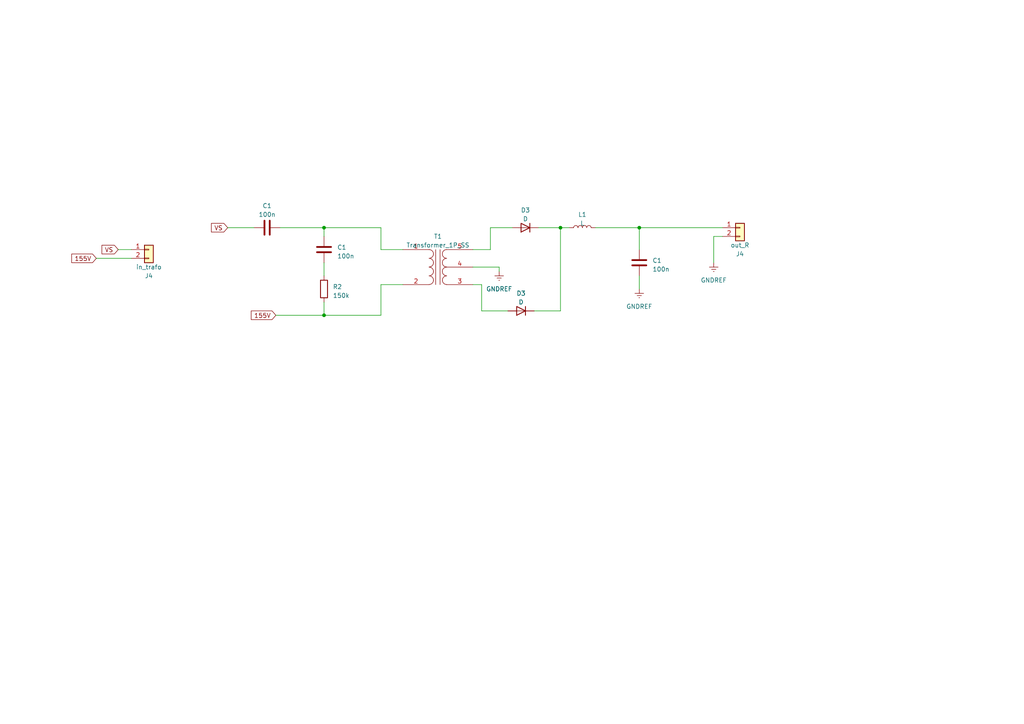
<source format=kicad_sch>
(kicad_sch (version 20230121) (generator eeschema)
  (paper "A4")
  (lib_symbols
    (symbol "Connector_Generic:Conn_01x02" (pin_names (offset 1.016) hide)
      (property "Reference" "J" (at 0 2.54 0))
      (property "Value" "Conn_01x02" (at 0 -5.08 0))
      (symbol "Conn_01x02_1_1"
        (rectangle (start -1.27 -2.413) (end 0 -2.667) (stroke (width 0.1524)))
        (rectangle (start -1.27 0.127) (end 0 -0.127) (stroke (width 0.1524)))
        (rectangle (start -1.27 1.27) (end 1.27 -3.81) (stroke (width 0.254)) (fill (type background)))
        (pin passive line (at -5.08 0 0) (length 3.81) (name "Pin_1") (number "1"))
        (pin passive line (at -5.08 -2.54 0) (length 3.81) (name "Pin_2") (number "2"))
      )
    )
    (symbol "Device:C" (pin_numbers hide) (pin_names (offset 0.254))
      (property "Reference" "C" (at 0.635 2.54 0))
      (property "Value" "C" (at 0.635 -2.54 0))
      (symbol "C_0_1"
        (polyline (pts (xy -2.032 -0.762) (xy 2.032 -0.762)) (stroke (width 0.508)))
        (polyline (pts (xy -2.032 0.762) (xy 2.032 0.762)) (stroke (width 0.508)))
      )
      (symbol "C_1_1"
        (pin passive line (at 0 3.81 270) (length 2.794) (name "~") (number "1"))
        (pin passive line (at 0 -3.81 90) (length 2.794) (name "~") (number "2"))
      )
    )
    (symbol "Device:D" (pin_numbers hide) (pin_names (offset 1.016) hide)
      (property "Reference" "D" (at 0 2.54 0))
      (property "Value" "D" (at 0 -2.54 0))
      (symbol "D_0_1"
        (polyline (pts (xy -1.27 1.27) (xy -1.27 -1.27)) (stroke (width 0.254)))
        (polyline (pts (xy 1.27 0) (xy -1.27 0)))
        (polyline (pts (xy 1.27 1.27) (xy 1.27 -1.27) (xy -1.27 0) (xy 1.27 1.27)) (stroke (width 0.254)))
      )
      (symbol "D_1_1"
        (pin passive line (at -3.81 0 0) (length 2.54) (name "K") (number "1"))
        (pin passive line (at 3.81 0 180) (length 2.54) (name "A") (number "2"))
      )
    )
    (symbol "Device:L" (pin_numbers hide) (pin_names (offset 1.016) hide)
      (property "Reference" "L" (at -1.27 0 90))
      (property "Value" "L" (at 1.905 0 90))
      (symbol "L_0_1"
        (arc (start 0 -2.54) (mid 0.6323 -1.905) (end 0 -1.27))
        (arc (start 0 -1.27) (mid 0.6323 -0.635) (end 0 0))
        (arc (start 0 0) (mid 0.6323 0.635) (end 0 1.27))
        (arc (start 0 1.27) (mid 0.6323 1.905) (end 0 2.54))
      )
      (symbol "L_1_1"
        (pin passive line (at 0 3.81 270) (length 1.27) (name "1") (number "1"))
        (pin passive line (at 0 -3.81 90) (length 1.27) (name "2") (number "2"))
      )
    )
    (symbol "Device:R" (pin_numbers hide) (pin_names (offset 0))
      (property "Reference" "R" (at 2.032 0 90))
      (property "Value" "R" (at 0 0 90))
      (symbol "R_0_1"
        (rectangle (start -1.016 -2.54) (end 1.016 2.54) (stroke (width 0.254)))
      )
      (symbol "R_1_1"
        (pin passive line (at 0 3.81 270) (length 1.27) (name "~") (number "1"))
        (pin passive line (at 0 -3.81 90) (length 1.27) (name "~") (number "2"))
      )
    )
    (symbol "Device:Transformer_1P_SS" (pin_names (offset 1.016) hide)
      (property "Reference" "T" (at 0 6.35 0))
      (property "Value" "Transformer_1P_SS" (at 0 -7.62 0))
      (symbol "Transformer_1P_SS_0_1"
        (arc (start -2.54 -5.0546) (mid -1.6599 -4.6901) (end -1.27 -3.81))
        (arc (start -2.54 -2.5146) (mid -1.6599 -2.1501) (end -1.27 -1.27))
        (arc (start -2.54 0.0254) (mid -1.6599 0.3899) (end -1.27 1.27))
        (arc (start -2.54 2.5654) (mid -1.6599 2.9299) (end -1.27 3.81))
        (arc (start -1.27 -3.81) (mid -1.642 -2.912) (end -2.54 -2.54))
        (arc (start -1.27 -1.27) (mid -1.642 -0.372) (end -2.54 0))
        (arc (start -1.27 1.27) (mid -1.642 2.168) (end -2.54 2.54))
        (arc (start -1.27 3.81) (mid -1.642 4.708) (end -2.54 5.08))
        (polyline (pts (xy -0.635 5.08) (xy -0.635 -5.08)))
        (polyline (pts (xy 0.635 -5.08) (xy 0.635 5.08)))
        (arc (start 1.2954 -1.27) (mid 1.6599 -2.1501) (end 2.54 -2.5146))
        (arc (start 1.2954 1.27) (mid 1.6599 0.3899) (end 2.54 0.0254))
        (arc (start 1.2954 3.81) (mid 1.6599 2.9299) (end 2.54 2.5654))
        (arc (start 1.3208 -3.81) (mid 1.6853 -4.6901) (end 2.5654 -5.0546))
        (arc (start 2.54 0) (mid 1.642 -0.372) (end 1.2954 -1.27))
        (arc (start 2.54 2.54) (mid 1.642 2.168) (end 1.2954 1.27))
        (arc (start 2.54 5.08) (mid 1.642 4.708) (end 1.2954 3.81))
        (arc (start 2.5654 -2.54) (mid 1.6674 -2.912) (end 1.3208 -3.81))
      )
      (symbol "Transformer_1P_SS_1_1"
        (pin passive line (at -10.16 5.08 0) (length 7.62) (name "AA") (number "1"))
        (pin passive line (at -10.16 -5.08 0) (length 7.62) (name "AB") (number "2"))
        (pin passive line (at 10.16 -5.08 180) (length 7.62) (name "SA") (number "3"))
        (pin passive line (at 10.16 0 180) (length 7.62) (name "SC") (number "4"))
        (pin passive line (at 10.16 5.08 180) (length 7.62) (name "SB") (number "5"))
      )
    )
    (symbol "power:GNDREF" (power) (pin_names (offset 0))
      (property "Value" "GNDREF" (at 0 -3.81 0))
      (symbol "GNDREF_0_1"
        (polyline (pts (xy -0.635 -1.905) (xy 0.635 -1.905)))
        (polyline (pts (xy -0.127 -2.54) (xy 0.127 -2.54)))
        (polyline (pts (xy 0 -1.27) (xy 0 0)))
        (polyline (pts (xy 1.27 -1.27) (xy -1.27 -1.27)))
      )
      (symbol "GNDREF_1_1"
        (pin power_in line (at 0 0 270) (length 0) hide (name "GNDREF") (number "1"))
      )
    )
  )
  (junction (at 93.98 91.44))
  (junction (at 93.98 66.04))
  (junction (at 185.42 66.04))
  (junction (at 162.56 66.04))
  (wire (pts (xy 162.56 90.17) (xy 162.56 66.04)))
  (wire (pts (xy 207.01 68.58) (xy 207.01 76.2)))
  (wire (pts (xy 110.49 82.55) (xy 110.49 91.44)))
  (wire (pts (xy 116.84 82.55) (xy 110.49 82.55)))
  (wire (pts (xy 185.42 80.01) (xy 185.42 83.82)))
  (wire (pts (xy 81.28 66.04) (xy 93.98 66.04)))
  (wire (pts (xy 93.98 66.04) (xy 93.98 68.58)))
  (wire (pts (xy 142.24 66.04) (xy 148.59 66.04)))
  (wire (pts (xy 34.29 72.39) (xy 38.1 72.39)))
  (wire (pts (xy 139.7 90.17) (xy 147.32 90.17)))
  (wire (pts (xy 154.94 90.17) (xy 162.56 90.17)))
  (wire (pts (xy 209.55 68.58) (xy 207.01 68.58)))
  (wire (pts (xy 93.98 91.44) (xy 110.49 91.44)))
  (wire (pts (xy 137.16 77.47) (xy 144.78 77.47)))
  (wire (pts (xy 137.16 72.39) (xy 142.24 72.39)))
  (wire (pts (xy 142.24 72.39) (xy 142.24 66.04)))
  (wire (pts (xy 185.42 66.04) (xy 209.55 66.04)))
  (wire (pts (xy 80.01 91.44) (xy 93.98 91.44)))
  (wire (pts (xy 162.56 66.04) (xy 165.1 66.04)))
  (wire (pts (xy 137.16 82.55) (xy 139.7 82.55)))
  (wire (pts (xy 156.21 66.04) (xy 162.56 66.04)))
  (wire (pts (xy 66.04 66.04) (xy 73.66 66.04)))
  (wire (pts (xy 93.98 87.63) (xy 93.98 91.44)))
  (wire (pts (xy 27.94 74.93) (xy 38.1 74.93)))
  (wire (pts (xy 139.7 82.55) (xy 139.7 90.17)))
  (wire (pts (xy 110.49 72.39) (xy 116.84 72.39)))
  (wire (pts (xy 172.72 66.04) (xy 185.42 66.04)))
  (wire (pts (xy 185.42 66.04) (xy 185.42 72.39)))
  (wire (pts (xy 110.49 66.04) (xy 110.49 72.39)))
  (wire (pts (xy 93.98 66.04) (xy 110.49 66.04)))
  (wire (pts (xy 144.78 77.47) (xy 144.78 78.74)))
  (wire (pts (xy 93.98 76.2) (xy 93.98 80.01)))
  (global_label "155V" (shape input) (at 80.01 91.44 180) (property "Intersheetrefs" "${INTERSHEET_REFS}" (effects hide)))
  (global_label "VS" (shape input) (at 34.29 72.39 180) (property "Intersheetrefs" "${INTERSHEET_REFS}" (effects hide)))
  (global_label "155V" (shape input) (at 27.94 74.93 180) (property "Intersheetrefs" "${INTERSHEET_REFS}" (effects hide)))
  (global_label "VS" (shape input) (at 66.04 66.04 180) (property "Intersheetrefs" "${INTERSHEET_REFS}" (effects hide)))
  (symbol (lib_id "Device:Transformer_1P_SS") (at 127 77.47 0) (unit 1)
    (property "Reference" "T1" (at 127.0127 68.58 0))
    (property "Value" "Transformer_1P_SS" (at 127.0127 71.12 0))
  )
  (symbol (lib_id "Connector_Generic:Conn_01x02") (at 43.18 72.39 0) (unit 1)
    (property "Reference" "J4" (at 43.18 80.01 0))
    (property "Value" "in_trafo" (at 43.18 77.47 0))
    (property "Footprint" "TerminalBlock_Altech:Altech_AK300_1x02_P5.00mm_45-Degree" (effects hide))
    (instances (project "fuente_conmutada" (path "" (reference "J4") (unit 1)) (path "" (reference "J5") (unit 1)) (path "" (reference "J6") (unit 1)) (path "" (reference "J13") (unit 1)) (path "" (reference "J14") (unit 1))))
  )
  (symbol (lib_id "power:GNDREF") (at 207.01 76.2 0) (unit 1)
    (property "Reference" "#PWR034" (effects hide))
    (property "Value" "GNDREF" (at 207.01 81.28 0))
  )
  (symbol (lib_id "Connector_Generic:Conn_01x02") (at 214.63 66.04 0) (unit 1)
    (property "Reference" "J4" (at 214.63 73.66 0))
    (property "Value" "out_R" (at 214.63 71.12 0))
    (property "Footprint" "TerminalBlock_Altech:Altech_AK300_1x02_P5.00mm_45-Degree" (effects hide))
    (instances (project "fuente_conmutada" (path "" (reference "J4") (unit 1)) (path "" (reference "J5") (unit 1)) (path "" (reference "J6") (unit 1)) (path "" (reference "J13") (unit 1)) (path "" (reference "J15") (unit 1))))
  )
  (symbol (lib_id "power:GNDREF") (at 144.78 78.74 0) (unit 1)
    (property "Reference" "#PWR032" (effects hide))
    (property "Value" "GNDREF" (at 144.78 83.82 0))
  )
  (symbol (lib_id "power:GNDREF") (at 185.42 83.82 0) (unit 1)
    (property "Reference" "#PWR033" (effects hide))
    (property "Value" "GNDREF" (at 185.42 88.9 0))
  )
  (symbol (lib_id "Device:D") (at 151.13 90.17 180) (unit 1)
    (property "Reference" "D3" (at 151.13 85.09 0))
    (property "Value" "D" (at 151.13 87.63 0))
    (property "Footprint" "Diode_THT:D_A-405_P12.70mm_Horizontal" (effects hide))
    (property "Sim.Device" "D" (effects hide))
    (property "Sim.Pins" "1=K 2=A" (effects hide))
    (instances (project "fuente_conmutada" (path "" (reference "D3") (unit 1)) (path "" (reference "D12") (unit 1))))
  )
  (symbol (lib_id "Device:R") (at 93.98 83.82 180) (unit 1)
    (property "Reference" "R2" (at 96.52 83.185 0) (effects (justify right)))
    (property "Value" "150k" (at 96.52 85.725 0) (effects (justify right)))
    (property "Footprint" "Resistor_THT:R_Axial_DIN0411_L9.9mm_D3.6mm_P12.70mm_Horizontal" (effects hide))
    (instances (project "fuente_conmutada" (path "" (reference "R2") (unit 1)) (path "" (reference "R2") (unit 1)) (path "" (reference "R10") (unit 1)) (path "" (reference "R18") (unit 1))))
  )
  (symbol (lib_id "Device:D") (at 152.4 66.04 180) (unit 1)
    (property "Reference" "D3" (at 152.4 60.96 0))
    (property "Value" "D" (at 152.4 63.5 0))
    (property "Footprint" "Diode_THT:D_A-405_P12.70mm_Horizontal" (effects hide))
    (property "Sim.Device" "D" (effects hide))
    (property "Sim.Pins" "1=K 2=A" (effects hide))
    (instances (project "fuente_conmutada" (path "" (reference "D3") (unit 1)) (path "" (reference "D11") (unit 1))))
  )
  (symbol (lib_id "Device:C") (at 185.42 76.2 0) (unit 1)
    (property "Reference" "C1" (at 189.23 75.565 0) (effects (justify left)))
    (property "Value" "100n" (at 189.23 78.105 0) (effects (justify left)))
    (property "Footprint" "Capacitor_THT:CP_Radial_D8.0mm_P5.00mm" (effects hide))
    (instances (project "fuente_conmutada" (path "" (reference "C1") (unit 1)) (path "" (reference "C1") (unit 1)) (path "" (reference "C10") (unit 1)) (path "" (reference "C14") (unit 1))))
  )
  (symbol (lib_id "Device:L") (at 168.91 66.04 90) (unit 1)
    (property "Reference" "L1" (at 168.91 62.23 90))
    (property "Value" "L" (at 168.91 64.77 90))
  )
  (symbol (lib_id "Device:C") (at 77.47 66.04 90) (unit 1)
    (property "Reference" "C1" (at 77.47 59.69 90))
    (property "Value" "100n" (at 77.47 62.23 90))
    (property "Footprint" "Capacitor_THT:CP_Radial_D8.0mm_P5.00mm" (effects hide))
    (instances (project "fuente_conmutada" (path "" (reference "C1") (unit 1)) (path "" (reference "C1") (unit 1)) (path "" (reference "C10") (unit 1)) (path "" (reference "C13") (unit 1))))
  )
  (symbol (lib_id "Device:C") (at 93.98 72.39 0) (unit 1)
    (property "Reference" "C1" (at 97.79 71.755 0) (effects (justify left)))
    (property "Value" "100n" (at 97.79 74.295 0) (effects (justify left)))
    (property "Footprint" "Capacitor_THT:CP_Radial_D8.0mm_P5.00mm" (effects hide))
    (instances (project "fuente_conmutada" (path "" (reference "C1") (unit 1)) (path "" (reference "C1") (unit 1)) (path "" (reference "C10") (unit 1)) (path "" (reference "C12") (unit 1))))
  )
)
</source>
